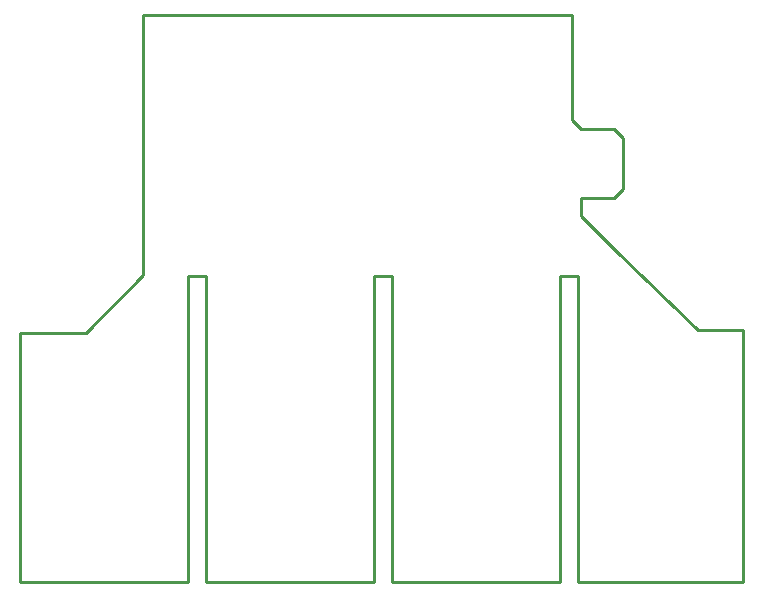
<source format=gbr>
G04 (created by PCBNEW-RS274X (2010-03-14)-final) date Thu 13 Oct 2011 08:56:15 PM EDT*
G01*
G70*
G90*
%MOIN*%
G04 Gerber Fmt 3.4, Leading zero omitted, Abs format*
%FSLAX34Y34*%
G04 APERTURE LIST*
%ADD10C,0.001000*%
%ADD11C,0.010000*%
G04 APERTURE END LIST*
G54D10*
G54D11*
X21300Y16400D02*
X35600Y16400D01*
X35600Y16400D02*
X35600Y12900D01*
X35900Y10300D02*
X37012Y10300D01*
X35900Y10300D02*
X35900Y09700D01*
X39800Y05900D02*
X37100Y08500D01*
X39800Y05900D02*
X41300Y05900D01*
X41300Y-02500D02*
X41300Y05900D01*
X35800Y-02500D02*
X41300Y-02500D01*
X35800Y-02500D02*
X35800Y07700D01*
X35800Y07700D02*
X35200Y07700D01*
X35200Y-02500D02*
X35200Y07700D01*
X29600Y-02500D02*
X35200Y-02500D01*
X29600Y-02500D02*
X29600Y07700D01*
X29600Y07700D02*
X29000Y07700D01*
X29000Y-02500D02*
X29000Y07700D01*
X37000Y12600D02*
X37300Y12313D01*
X35600Y12900D02*
X35900Y12600D01*
X35900Y12600D02*
X37000Y12600D01*
X37300Y12313D02*
X37300Y10600D01*
X35900Y09700D02*
X37100Y08500D01*
X37012Y10300D02*
X37300Y10600D01*
X23400Y-02500D02*
X29000Y-02500D01*
X23400Y-02500D02*
X23400Y07700D01*
X23400Y07700D02*
X22800Y07700D01*
X22801Y-02500D02*
X22800Y07700D01*
X17200Y-02500D02*
X22801Y-02500D01*
X17200Y-02500D02*
X17200Y05800D01*
X17200Y05800D02*
X19400Y05800D01*
X21300Y16400D02*
X21300Y07743D01*
X21300Y07743D02*
X19400Y05800D01*
M02*

</source>
